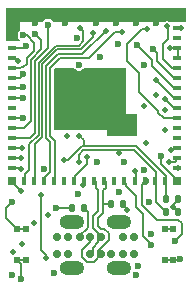
<source format=gtl>
%TF.GenerationSoftware,KiCad,Pcbnew,8.0.6*%
%TF.CreationDate,2024-10-29T18:21:19+01:00*%
%TF.ProjectId,openWifiDecoder,6f70656e-5769-4666-9944-65636f646572,rev?*%
%TF.SameCoordinates,Original*%
%TF.FileFunction,Copper,L1,Top*%
%TF.FilePolarity,Positive*%
%FSLAX46Y46*%
G04 Gerber Fmt 4.6, Leading zero omitted, Abs format (unit mm)*
G04 Created by KiCad (PCBNEW 8.0.6) date 2024-10-29 18:21:19*
%MOMM*%
%LPD*%
G01*
G04 APERTURE LIST*
G04 Aperture macros list*
%AMRoundRect*
0 Rectangle with rounded corners*
0 $1 Rounding radius*
0 $2 $3 $4 $5 $6 $7 $8 $9 X,Y pos of 4 corners*
0 Add a 4 corners polygon primitive as box body*
4,1,4,$2,$3,$4,$5,$6,$7,$8,$9,$2,$3,0*
0 Add four circle primitives for the rounded corners*
1,1,$1+$1,$2,$3*
1,1,$1+$1,$4,$5*
1,1,$1+$1,$6,$7*
1,1,$1+$1,$8,$9*
0 Add four rect primitives between the rounded corners*
20,1,$1+$1,$2,$3,$4,$5,0*
20,1,$1+$1,$4,$5,$6,$7,0*
20,1,$1+$1,$6,$7,$8,$9,0*
20,1,$1+$1,$8,$9,$2,$3,0*%
%AMOutline5P*
0 Free polygon, 5 corners , with rotation*
0 The origin of the aperture is its center*
0 number of corners: always 5*
0 $1 to $10 corner X, Y*
0 $11 Rotation angle, in degrees counterclockwise*
0 create outline with 5 corners*
4,1,5,$1,$2,$3,$4,$5,$6,$7,$8,$9,$10,$1,$2,$11*%
%AMOutline6P*
0 Free polygon, 6 corners , with rotation*
0 The origin of the aperture is its center*
0 number of corners: always 6*
0 $1 to $12 corner X, Y*
0 $13 Rotation angle, in degrees counterclockwise*
0 create outline with 6 corners*
4,1,6,$1,$2,$3,$4,$5,$6,$7,$8,$9,$10,$11,$12,$1,$2,$13*%
%AMOutline7P*
0 Free polygon, 7 corners , with rotation*
0 The origin of the aperture is its center*
0 number of corners: always 7*
0 $1 to $14 corner X, Y*
0 $15 Rotation angle, in degrees counterclockwise*
0 create outline with 7 corners*
4,1,7,$1,$2,$3,$4,$5,$6,$7,$8,$9,$10,$11,$12,$13,$14,$1,$2,$15*%
%AMOutline8P*
0 Free polygon, 8 corners , with rotation*
0 The origin of the aperture is its center*
0 number of corners: always 8*
0 $1 to $16 corner X, Y*
0 $17 Rotation angle, in degrees counterclockwise*
0 create outline with 8 corners*
4,1,8,$1,$2,$3,$4,$5,$6,$7,$8,$9,$10,$11,$12,$13,$14,$15,$16,$1,$2,$17*%
G04 Aperture macros list end*
%TA.AperFunction,ComponentPad*%
%ADD10O,2.100000X1.200000*%
%TD*%
%TA.AperFunction,ComponentPad*%
%ADD11C,0.700000*%
%TD*%
%TA.AperFunction,SMDPad,CuDef*%
%ADD12RoundRect,0.135000X0.135000X0.185000X-0.135000X0.185000X-0.135000X-0.185000X0.135000X-0.185000X0*%
%TD*%
%TA.AperFunction,SMDPad,CuDef*%
%ADD13R,0.550000X0.550000*%
%TD*%
%TA.AperFunction,SMDPad,CuDef*%
%ADD14R,0.800000X0.400000*%
%TD*%
%TA.AperFunction,SMDPad,CuDef*%
%ADD15R,0.400000X0.800000*%
%TD*%
%TA.AperFunction,SMDPad,CuDef*%
%ADD16Outline5P,-0.600000X0.204000X-0.204000X0.600000X0.600000X0.600000X0.600000X-0.600000X-0.600000X-0.600000X0.000000*%
%TD*%
%TA.AperFunction,SMDPad,CuDef*%
%ADD17R,1.200000X1.200000*%
%TD*%
%TA.AperFunction,SMDPad,CuDef*%
%ADD18R,0.800000X0.800000*%
%TD*%
%TA.AperFunction,ComponentPad*%
%ADD19C,0.600000*%
%TD*%
%TA.AperFunction,SMDPad,CuDef*%
%ADD20R,2.600000X1.950000*%
%TD*%
%TA.AperFunction,ViaPad*%
%ADD21C,0.600000*%
%TD*%
%TA.AperFunction,ViaPad*%
%ADD22C,0.500000*%
%TD*%
%TA.AperFunction,Conductor*%
%ADD23C,0.200000*%
%TD*%
%TA.AperFunction,Conductor*%
%ADD24C,0.150000*%
%TD*%
%ADD25C,0.300000*%
%ADD26O,1.610000X0.610000*%
%ADD27C,0.350000*%
G04 APERTURE END LIST*
D10*
%TO.P,USB1,1,1*%
%TO.N,GND*%
X100500000Y-82350000D03*
%TO.P,USB1,2,2*%
X104500000Y-82350000D03*
%TO.P,USB1,3,3*%
X100500000Y-86210000D03*
%TO.P,USB1,4,4*%
X104500000Y-86210000D03*
D11*
%TO.P,USB1,A1,GND*%
X105750000Y-85000000D03*
%TO.P,USB1,A4,VBUS*%
%TO.N,+5V*%
X104800000Y-85000000D03*
%TO.P,USB1,A5,CC1*%
%TO.N,Net-(USB1-CC1)*%
X103850000Y-85000000D03*
%TO.P,USB1,A6,D+*%
%TO.N,D+*%
X102950000Y-85000000D03*
%TO.P,USB1,A7,D-*%
%TO.N,D-*%
X102050000Y-85000000D03*
%TO.P,USB1,A9,VBUS*%
%TO.N,+5V*%
X100200000Y-85000000D03*
%TO.P,USB1,A12,GND*%
%TO.N,GND*%
X99250000Y-85000000D03*
%TO.P,USB1,B1,GND*%
X99250000Y-83560000D03*
%TO.P,USB1,B4,VBUS*%
%TO.N,+5V*%
X100200000Y-83560000D03*
%TO.P,USB1,B5,CC2*%
%TO.N,Net-(USB1-CC2)*%
X101150000Y-83560000D03*
%TO.P,USB1,B6,D+*%
%TO.N,D+*%
X102050000Y-83560000D03*
%TO.P,USB1,B7,D-*%
%TO.N,D-*%
X102950000Y-83560000D03*
%TO.P,USB1,B9,VBUS*%
%TO.N,+5V*%
X104800000Y-83560000D03*
%TO.P,USB1,B12,GND*%
%TO.N,GND*%
X105750000Y-83560000D03*
%TD*%
D12*
%TO.P,R2,1*%
%TO.N,+3V3*%
X109510000Y-80400000D03*
%TO.P,R2,2*%
%TO.N,SCL*%
X108490000Y-80400000D03*
%TD*%
D13*
%TO.P,FLASH1,1,1*%
%TO.N,GND*%
X95820000Y-85520000D03*
%TO.P,FLASH1,2,2*%
X96580000Y-85520000D03*
%TO.P,FLASH1,3,3*%
%TO.N,Net-(U3-IO0)*%
X95820000Y-82880000D03*
%TO.P,FLASH1,4,4*%
X96580000Y-82880000D03*
%TD*%
D12*
%TO.P,R3,1*%
%TO.N,+5V*%
X104810000Y-80800000D03*
%TO.P,R3,2*%
%TO.N,D+*%
X103790000Y-80800000D03*
%TD*%
%TO.P,R11,1*%
%TO.N,Net-(USB1-CC2)*%
X101510000Y-81100000D03*
%TO.P,R11,2*%
%TO.N,GND*%
X100490000Y-81100000D03*
%TD*%
D13*
%TO.P,RESET1,1,1*%
%TO.N,GND*%
X108340000Y-85520000D03*
%TO.P,RESET1,2,2*%
X109100000Y-85520000D03*
%TO.P,RESET1,3,3*%
%TO.N,Net-(U3-EN)*%
X108340000Y-82880000D03*
%TO.P,RESET1,4,4*%
X109100000Y-82880000D03*
%TD*%
D12*
%TO.P,R1,1*%
%TO.N,+3V3*%
X109510000Y-81500000D03*
%TO.P,R1,2*%
%TO.N,SDA*%
X108490000Y-81500000D03*
%TD*%
D14*
%TO.P,U3,1,GND*%
%TO.N,GND*%
X95400000Y-65850000D03*
%TO.P,U3,2,GND*%
X95400000Y-66700000D03*
%TO.P,U3,3,3V3*%
%TO.N,+3V3*%
X95400000Y-67550000D03*
%TO.P,U3,4,IO0*%
%TO.N,Net-(U3-IO0)*%
X95400000Y-68400000D03*
%TO.P,U3,5,IO1*%
%TO.N,Net-(IO8-Pin_1)*%
X95400000Y-69250000D03*
%TO.P,U3,6,IO2*%
%TO.N,Net-(IO7-Pin_1)*%
X95400000Y-70100000D03*
%TO.P,U3,7,IO3*%
%TO.N,Net-(IO6-Pin_1)*%
X95400000Y-70950000D03*
%TO.P,U3,8,IO4*%
%TO.N,Net-(IO5-Pin_1)*%
X95400000Y-71800000D03*
%TO.P,U3,9,IO5*%
%TO.N,unconnected-(U3-IO5-Pad9)*%
X95400000Y-72650000D03*
%TO.P,U3,10,IO6*%
%TO.N,Net-(IO4-Pin_1)*%
X95400000Y-73500000D03*
%TO.P,U3,11,IO7*%
%TO.N,Net-(IO9-Pin_1)*%
X95400000Y-74350000D03*
%TO.P,U3,12,IO8*%
%TO.N,Net-(IO10-Pin_1)*%
X95400000Y-75200000D03*
%TO.P,U3,13,IO9*%
%TO.N,Net-(IO3-Pin_1)*%
X95400000Y-76050000D03*
%TO.P,U3,14,IO10*%
%TO.N,Net-(IO2-Pin_1)*%
X95400000Y-76900000D03*
%TO.P,U3,15,IO11*%
%TO.N,Net-(IO1-Pin_1)*%
X95400000Y-77750000D03*
D15*
%TO.P,U3,16,IO12*%
%TO.N,Net-(IO11-Pin_1)*%
X96450000Y-78800000D03*
%TO.P,U3,17,IO13*%
%TO.N,Net-(IO12-Pin_1)*%
X97300000Y-78800000D03*
%TO.P,U3,18,IO14*%
%TO.N,Net-(IO13-Pin_1)*%
X98150000Y-78800000D03*
%TO.P,U3,19,IO15*%
%TO.N,Net-(IO14-Pin_1)*%
X99000000Y-78800000D03*
%TO.P,U3,20,IO16*%
%TO.N,unconnected-(U3-IO16-Pad20)*%
X99850000Y-78800000D03*
%TO.P,U3,21,IO17*%
%TO.N,IMU_INT*%
X100700000Y-78800000D03*
%TO.P,U3,22,IO18*%
%TO.N,FSYNC*%
X101550000Y-78800000D03*
%TO.P,U3,23,IO19*%
%TO.N,D-*%
X102400000Y-78800000D03*
%TO.P,U3,24,IO20*%
%TO.N,D+*%
X103250000Y-78800000D03*
%TO.P,U3,25,IO21*%
%TO.N,unconnected-(U3-IO21-Pad25)*%
X104100000Y-78800000D03*
%TO.P,U3,26,IO26*%
%TO.N,COMP_DAC*%
X104950000Y-78800000D03*
%TO.P,U3,27,IO47*%
%TO.N,GAUGE_INT*%
X105800000Y-78800000D03*
%TO.P,U3,28,IO33*%
%TO.N,DIG_HALL*%
X106650000Y-78800000D03*
%TO.P,U3,29,IO34*%
%TO.N,SDA*%
X107500000Y-78800000D03*
%TO.P,U3,30,IO48*%
%TO.N,SCL*%
X108350000Y-78800000D03*
D14*
%TO.P,U3,31,IO35*%
%TO.N,Net-(IO18-Pin_1)*%
X109400000Y-77750000D03*
%TO.P,U3,32,IO36*%
%TO.N,Net-(IO19-Pin_1)*%
X109400000Y-76900000D03*
%TO.P,U3,33,IO37*%
%TO.N,Net-(IO17-Pin_1)*%
X109400000Y-76050000D03*
%TO.P,U3,34,IO38*%
%TO.N,unconnected-(U3-IO38-Pad34)*%
X109400000Y-75200000D03*
%TO.P,U3,35,IO39*%
%TO.N,unconnected-(U3-IO39-Pad35)*%
X109400000Y-74350000D03*
%TO.P,U3,36,IO40*%
%TO.N,Net-(IO16-Pin_1)*%
X109400000Y-73500000D03*
%TO.P,U3,37,IO41*%
%TO.N,MPWM1*%
X109400000Y-72650000D03*
%TO.P,U3,38,IO42*%
%TO.N,MPWM2*%
X109400000Y-71800000D03*
%TO.P,U3,39,TXD0*%
%TO.N,TX*%
X109400000Y-70950000D03*
%TO.P,U3,40,RXD0*%
%TO.N,RX*%
X109400000Y-70100000D03*
%TO.P,U3,41,IO45*%
%TO.N,Net-(IO15-Pin_1)*%
X109400000Y-69250000D03*
%TO.P,U3,42,GND*%
%TO.N,GND*%
X109400000Y-68400000D03*
%TO.P,U3,43,GND*%
X109400000Y-67550000D03*
%TO.P,U3,44,IO46*%
%TO.N,unconnected-(U3-IO46-Pad44)*%
X109400000Y-66700000D03*
%TO.P,U3,45,EN*%
%TO.N,Net-(U3-EN)*%
X109400000Y-65850000D03*
D15*
%TO.P,U3,46,GND*%
%TO.N,GND*%
X108350000Y-64800000D03*
%TO.P,U3,47,GND*%
X107500000Y-64800000D03*
%TO.P,U3,48,GND*%
X106650000Y-64800000D03*
%TO.P,U3,49,GND*%
X105800000Y-64800000D03*
%TO.P,U3,50,GND*%
X104950000Y-64800000D03*
%TO.P,U3,51,GND*%
X104100000Y-64800000D03*
%TO.P,U3,52,GND*%
X103250000Y-64800000D03*
%TO.P,U3,53,GND*%
X102400000Y-64800000D03*
%TO.P,U3,54,GND*%
X101550000Y-64800000D03*
%TO.P,U3,55,GND*%
X100700000Y-64800000D03*
%TO.P,U3,56,GND*%
X99850000Y-64800000D03*
%TO.P,U3,57,GND*%
X99000000Y-64800000D03*
%TO.P,U3,58,GND*%
X98150000Y-64800000D03*
%TO.P,U3,59,GND*%
X97300000Y-64800000D03*
%TO.P,U3,60,GND*%
X96450000Y-64800000D03*
D16*
%TO.P,U3,61,GND*%
X100750000Y-70150000D03*
D17*
X100750000Y-71800000D03*
X100750000Y-73450000D03*
X102400000Y-70150000D03*
X102400000Y-71800000D03*
X102400000Y-73450000D03*
X104050000Y-70150000D03*
X104050000Y-71800000D03*
X104050000Y-73450000D03*
D18*
%TO.P,U3,62,GND*%
X95400000Y-64800000D03*
%TO.P,U3,63,GND*%
X95400000Y-78800000D03*
%TO.P,U3,64,GND*%
X109400000Y-78800000D03*
%TO.P,U3,65,GND*%
X109400000Y-64800000D03*
%TD*%
D19*
%TO.P,U7,13,PAD*%
%TO.N,GND*%
X103800000Y-73600000D03*
X103800000Y-74600000D03*
X104700000Y-73600000D03*
D20*
X104700000Y-74100000D03*
D19*
X104700000Y-74600000D03*
X105600000Y-73600000D03*
X105600000Y-74600000D03*
%TD*%
D21*
%TO.N,+3V3*%
X96600000Y-67400000D03*
D22*
X109056929Y-80998452D03*
D21*
X104900000Y-77200000D03*
X102900000Y-68300000D03*
X98990000Y-86650000D03*
X101100000Y-69000000D03*
X95400000Y-86800000D03*
X105900000Y-86800000D03*
%TO.N,GND*%
X97400000Y-65500000D03*
D22*
X108800000Y-67600000D03*
D21*
X99114318Y-81106682D03*
X109650000Y-85450000D03*
D22*
X95400000Y-64800000D03*
D21*
X99900000Y-65500000D03*
X100900000Y-66700000D03*
X99400000Y-71800000D03*
X106600000Y-69000000D03*
X98100000Y-77800000D03*
X102600000Y-77200000D03*
X106600000Y-77900000D03*
X109500000Y-64800000D03*
X107000000Y-80600000D03*
X107600000Y-65500000D03*
X104100000Y-70000000D03*
X96200000Y-87100000D03*
X107210000Y-83300000D03*
X101500000Y-73200000D03*
X102500000Y-65500000D03*
X99400000Y-73500000D03*
X105900000Y-65500000D03*
X104400000Y-67200000D03*
X108010000Y-76730000D03*
X106100000Y-86000000D03*
D22*
X96200000Y-79700000D03*
D21*
X99400000Y-70100000D03*
X104500000Y-79800000D03*
X100990000Y-79900000D03*
D22*
X108400000Y-72800000D03*
D21*
X104200000Y-65500000D03*
D22*
%TO.N,+BATT*%
X106600000Y-72500000D03*
X108400000Y-74490000D03*
%TO.N,+1V8*%
X98325000Y-85375000D03*
X97900000Y-80000000D03*
%TO.N,Net-(BAT1-Pin_2)*%
X100100000Y-75000000D03*
X107610000Y-71600000D03*
%TO.N,+5V*%
X105200000Y-81300000D03*
%TO.N,MPWM1*%
X108400000Y-71900000D03*
%TO.N,MPWM2*%
X107600000Y-70300000D03*
%TO.N,SCL*%
X101100000Y-75000000D03*
X99800000Y-77100000D03*
X97300000Y-82400000D03*
%TO.N,GAUGE_INT*%
X105800000Y-78000000D03*
X106800000Y-75600000D03*
%TO.N,SDA*%
X101067675Y-77200000D03*
X104500000Y-76500000D03*
X98500000Y-81700000D03*
%TO.N,Net-(IO1-Pin_1)*%
X96200000Y-77800000D03*
D21*
%TO.N,DIG_HALL*%
X106750000Y-78800000D03*
X109200000Y-83900000D03*
%TO.N,COMP_DAC*%
X107180000Y-84300000D03*
D22*
%TO.N,Net-(U3-EN)*%
X109100000Y-82880000D03*
X109750000Y-65900000D03*
%TO.N,Net-(U3-IO0)*%
X95926207Y-68666576D03*
D21*
X95394479Y-80649999D03*
D22*
%TO.N,Net-(IO2-Pin_1)*%
X96200000Y-76900000D03*
%TO.N,Net-(IO3-Pin_1)*%
X96300000Y-76050000D03*
D21*
%TO.N,Net-(IO4-Pin_1)*%
X96400000Y-73500000D03*
%TO.N,RX*%
X107350000Y-67640001D03*
%TO.N,TX*%
X106000000Y-67300000D03*
%TO.N,Net-(IO5-Pin_1)*%
X96400000Y-71800000D03*
%TO.N,Net-(IO6-Pin_1)*%
X96400000Y-70900000D03*
%TO.N,Net-(IO7-Pin_1)*%
X96400000Y-69800000D03*
D22*
%TO.N,IMU_INT*%
X101800000Y-76800000D03*
X95493504Y-84828936D03*
%TO.N,FSYNC*%
X101403345Y-79213976D03*
X96267377Y-84132624D03*
D21*
%TO.N,Net-(IO8-Pin_1)*%
X96400000Y-66500000D03*
%TO.N,Net-(IO9-Pin_1)*%
X97400000Y-66400000D03*
%TO.N,Net-(IO10-Pin_1)*%
X98508006Y-65621349D03*
D22*
%TO.N,Net-(IO11-Pin_1)*%
X101200000Y-65900000D03*
%TO.N,Net-(IO12-Pin_1)*%
X102300000Y-66300000D03*
%TO.N,Net-(IO13-Pin_1)*%
X103367573Y-66100000D03*
%TO.N,Net-(IO15-Pin_1)*%
X108550000Y-65750000D03*
%TO.N,Net-(IO16-Pin_1)*%
X106845608Y-65928145D03*
%TO.N,Net-(IO17-Pin_1)*%
X108900000Y-76200000D03*
%TO.N,Net-(IO14-Pin_1)*%
X104700000Y-66197944D03*
%TO.N,Net-(IO18-Pin_1)*%
X109500000Y-77750000D03*
%TO.N,Net-(IO19-Pin_1)*%
X108700000Y-77200000D03*
%TD*%
D23*
%TO.N,+3V3*%
X109056929Y-80853071D02*
X109510000Y-80400000D01*
X96450000Y-67550000D02*
X95500000Y-67550000D01*
X109056929Y-81046929D02*
X109510000Y-81500000D01*
X109056929Y-80998452D02*
X109056929Y-80853071D01*
X96600000Y-67400000D02*
X96450000Y-67550000D01*
X109056929Y-80998452D02*
X109056929Y-81046929D01*
%TO.N,GND*%
X109100000Y-85520000D02*
X108340000Y-85520000D01*
X109650000Y-85450000D02*
X109580000Y-85520000D01*
X95500000Y-79000000D02*
X95500000Y-78800000D01*
D24*
X109500000Y-78800000D02*
X109450000Y-78800000D01*
D23*
X95870000Y-85570000D02*
X96630000Y-85570000D01*
X96200000Y-85900000D02*
X95820000Y-85520000D01*
D24*
X109450000Y-78800000D02*
X108010000Y-77360000D01*
D23*
X96200000Y-87100000D02*
X96200000Y-85900000D01*
X109500000Y-67900000D02*
X109500000Y-67550000D01*
X109500000Y-68400000D02*
X109500000Y-67900000D01*
X99114318Y-81106682D02*
X100483318Y-81106682D01*
X109580000Y-85520000D02*
X109100000Y-85520000D01*
X96200000Y-79700000D02*
X95500000Y-79000000D01*
D24*
X108010000Y-77360000D02*
X108010000Y-76730000D01*
D23*
%TO.N,+1V8*%
X97900000Y-80000000D02*
X97900000Y-84700000D01*
X98325000Y-85125000D02*
X98325000Y-85375000D01*
X97900000Y-84700000D02*
X98325000Y-85125000D01*
%TO.N,+5V*%
X105200000Y-81300000D02*
X104810000Y-80910000D01*
X104810000Y-80910000D02*
X104810000Y-80800000D01*
%TO.N,MPWM1*%
X109150000Y-72650000D02*
X109500000Y-72650000D01*
X108400000Y-71900000D02*
X109150000Y-72650000D01*
%TO.N,MPWM2*%
X107650000Y-70300000D02*
X109150000Y-71800000D01*
X109150000Y-71800000D02*
X109500000Y-71800000D01*
X107600000Y-70300000D02*
X107650000Y-70300000D01*
%TO.N,SCL*%
X101500000Y-75893000D02*
X102575692Y-75893000D01*
X102582692Y-75900000D02*
X105910977Y-75900000D01*
X101344552Y-75893000D02*
X101500000Y-75893000D01*
X102575692Y-75893000D02*
X102582692Y-75900000D01*
X101500000Y-75400000D02*
X101100000Y-75000000D01*
X105910977Y-75900000D02*
X108450000Y-78439023D01*
X108450000Y-78439023D02*
X108450000Y-80360000D01*
X99800000Y-77100000D02*
X100137552Y-77100000D01*
X100137552Y-77100000D02*
X101344552Y-75893000D01*
X101500000Y-75893000D02*
X101500000Y-75400000D01*
%TO.N,GAUGE_INT*%
X105900000Y-78100000D02*
X105900000Y-78800000D01*
X105800000Y-78000000D02*
X105900000Y-78100000D01*
%TO.N,SDA*%
X101067675Y-76632325D02*
X101480000Y-76220000D01*
X105775529Y-76227000D02*
X107600000Y-78051471D01*
X107600000Y-80610000D02*
X108490000Y-81500000D01*
X102440244Y-76220000D02*
X102447244Y-76227000D01*
X107600000Y-78051471D02*
X107600000Y-80610000D01*
X102447244Y-76227000D02*
X105775529Y-76227000D01*
X101480000Y-76220000D02*
X102440244Y-76220000D01*
X101067675Y-77200000D02*
X101067675Y-76632325D01*
%TO.N,Net-(IO1-Pin_1)*%
X95500000Y-77750000D02*
X96150000Y-77750000D01*
X96150000Y-77750000D02*
X96200000Y-77800000D01*
%TO.N,D+*%
X103150000Y-81568200D02*
X103150000Y-80800000D01*
X101369988Y-84718330D02*
X101369988Y-85281670D01*
X102950000Y-85000000D02*
X102725001Y-84775001D01*
X102725001Y-84746681D02*
X103630012Y-83841670D01*
X102331670Y-85680012D02*
X102950000Y-85061682D01*
X103150000Y-79600001D02*
X103350000Y-79400001D01*
X102725001Y-81993199D02*
X103150000Y-81568200D01*
X103150000Y-80800000D02*
X103150000Y-79600001D01*
X103231670Y-82879988D02*
X102968038Y-82879988D01*
X103630012Y-83841670D02*
X103630012Y-83278330D01*
X102050000Y-84038318D02*
X101369988Y-84718330D01*
X102725001Y-82636951D02*
X102725001Y-81993199D01*
X102050000Y-83560000D02*
X102050000Y-84038318D01*
X103350000Y-79400001D02*
X103350000Y-78800000D01*
X102968038Y-82879988D02*
X102725001Y-82636951D01*
X102725001Y-84775001D02*
X102725001Y-84746681D01*
X103790000Y-80800000D02*
X103150000Y-80800000D01*
X101768330Y-85680012D02*
X102331670Y-85680012D01*
X103630012Y-83278330D02*
X103231670Y-82879988D01*
X101369988Y-85281670D02*
X101768330Y-85680012D01*
%TO.N,DIG_HALL*%
X109800000Y-82430000D02*
X109490000Y-82120000D01*
X106420000Y-80840244D02*
X106420000Y-79130000D01*
X107699756Y-82120000D02*
X106420000Y-80840244D01*
X109490000Y-82120000D02*
X107699756Y-82120000D01*
X109200000Y-83900000D02*
X109800000Y-83300000D01*
X109800000Y-83300000D02*
X109800000Y-82430000D01*
X106420000Y-79130000D02*
X106750000Y-78800000D01*
%TO.N,Net-(USB1-CC2)*%
X101768330Y-82879988D02*
X101198318Y-83450000D01*
X101900000Y-81490000D02*
X101900000Y-82750000D01*
X101510000Y-81100000D02*
X101900000Y-81490000D01*
X101198318Y-83450000D02*
X101150000Y-83450000D01*
X101900000Y-82750000D02*
X101770012Y-82879988D01*
X101770012Y-82879988D02*
X101768330Y-82879988D01*
%TO.N,COMP_DAC*%
X105050000Y-79250000D02*
X105050000Y-79000000D01*
X105900000Y-80100000D02*
X105050000Y-79250000D01*
X105900000Y-81000000D02*
X105900000Y-80100000D01*
X106500000Y-81600000D02*
X105900000Y-81000000D01*
X107180000Y-84300000D02*
X107180000Y-84200244D01*
X107180000Y-84200244D02*
X106500000Y-83520244D01*
X106500000Y-83520244D02*
X106500000Y-81600000D01*
%TO.N,Net-(U3-EN)*%
X109700000Y-65850000D02*
X109500000Y-65850000D01*
X109100000Y-82880000D02*
X108340000Y-82880000D01*
X109750000Y-65900000D02*
X109700000Y-65850000D01*
%TO.N,Net-(U3-IO0)*%
X95926207Y-68666576D02*
X95659631Y-68400000D01*
X95394479Y-80649999D02*
X94900000Y-81144478D01*
X95659631Y-68400000D02*
X95500000Y-68400000D01*
X94900000Y-81960000D02*
X95820000Y-82880000D01*
X96630000Y-82930000D02*
X95870000Y-82930000D01*
X94900000Y-81144478D02*
X94900000Y-81960000D01*
%TO.N,Net-(IO2-Pin_1)*%
X95500000Y-76900000D02*
X96200000Y-76900000D01*
%TO.N,D-*%
X102500000Y-79400001D02*
X102500000Y-78800000D01*
X102274999Y-81806801D02*
X102700000Y-81381800D01*
X102700000Y-79600001D02*
X102500000Y-79400001D01*
X102730012Y-84015590D02*
X102730012Y-83278330D01*
X102730012Y-83278330D02*
X102274999Y-82823317D01*
X102050000Y-85000000D02*
X102274999Y-84775001D01*
X102274999Y-84470603D02*
X102730012Y-84015590D01*
X102274999Y-82823317D02*
X102274999Y-81806801D01*
X102700000Y-81381800D02*
X102700000Y-79600001D01*
X102274999Y-84775001D02*
X102274999Y-84470603D01*
%TO.N,Net-(IO3-Pin_1)*%
X95500000Y-76050000D02*
X96300000Y-76050000D01*
%TO.N,Net-(IO4-Pin_1)*%
X95500000Y-73500000D02*
X96400000Y-73500000D01*
%TO.N,RX*%
X107700000Y-67990001D02*
X107700000Y-68650000D01*
X107700000Y-68650000D02*
X109150000Y-70100000D01*
X109150000Y-70100000D02*
X109300000Y-70100000D01*
X107350000Y-67640001D02*
X107700000Y-67990001D01*
%TO.N,TX*%
X106000000Y-67300000D02*
X107300000Y-68600000D01*
X107300000Y-68600000D02*
X107300000Y-69100000D01*
X107300000Y-69100000D02*
X109150000Y-70950000D01*
X109150000Y-70950000D02*
X109300000Y-70950000D01*
%TO.N,Net-(IO5-Pin_1)*%
X95500000Y-71800000D02*
X96400000Y-71800000D01*
%TO.N,Net-(IO6-Pin_1)*%
X96350000Y-70950000D02*
X96400000Y-70900000D01*
X95500000Y-70950000D02*
X96350000Y-70950000D01*
%TO.N,Net-(IO7-Pin_1)*%
X96100000Y-70100000D02*
X95500000Y-70100000D01*
X96400000Y-69800000D02*
X96100000Y-70100000D01*
%TO.N,IMU_INT*%
X101800000Y-77433557D02*
X100800000Y-78433557D01*
X100800000Y-78433557D02*
X100800000Y-78800000D01*
X101800000Y-76800000D02*
X101800000Y-77433557D01*
%TO.N,Net-(IO8-Pin_1)*%
X96159756Y-69220000D02*
X96129756Y-69250000D01*
X97300000Y-67120244D02*
X97300000Y-67825312D01*
X96699000Y-68426312D02*
X96699000Y-68901000D01*
X97300000Y-67825312D02*
X96699000Y-68426312D01*
X96380000Y-69220000D02*
X96159756Y-69220000D01*
X96129756Y-69250000D02*
X95500000Y-69250000D01*
X96400000Y-66500000D02*
X96679756Y-66500000D01*
X96679756Y-66500000D02*
X97300000Y-67120244D01*
X96699000Y-68901000D02*
X96380000Y-69220000D01*
%TO.N,Net-(IO9-Pin_1)*%
X97026000Y-68561760D02*
X97900000Y-67687760D01*
X97026000Y-73774000D02*
X97026000Y-68561760D01*
X97900000Y-66900000D02*
X97400000Y-66400000D01*
X96450000Y-74350000D02*
X97026000Y-73774000D01*
X95500000Y-74350000D02*
X96450000Y-74350000D01*
X97900000Y-67687760D02*
X97900000Y-66900000D01*
%TO.N,Net-(IO10-Pin_1)*%
X98508006Y-67542202D02*
X97353000Y-68697208D01*
X97353000Y-68697208D02*
X97353000Y-74784552D01*
X97353000Y-74784552D02*
X96937552Y-75200000D01*
X98508006Y-65621349D02*
X98508006Y-67542202D01*
X96937552Y-75200000D02*
X95500000Y-75200000D01*
%TO.N,Net-(IO11-Pin_1)*%
X97680000Y-74920000D02*
X96900000Y-75700000D01*
X99139656Y-67373000D02*
X97680000Y-68832656D01*
X96550000Y-78275000D02*
X96550000Y-78800000D01*
X101114552Y-67373000D02*
X99139656Y-67373000D01*
X97680000Y-68832656D02*
X97680000Y-74920000D01*
X101480000Y-66180000D02*
X101480000Y-67007552D01*
X96900000Y-77925000D02*
X96550000Y-78275000D01*
X101480000Y-67007552D02*
X101114552Y-67373000D01*
X101200000Y-65900000D02*
X101480000Y-66180000D01*
X96900000Y-75700000D02*
X96900000Y-77925000D01*
%TO.N,Net-(IO12-Pin_1)*%
X97400000Y-75700000D02*
X97400000Y-78800000D01*
X101250000Y-67700000D02*
X99275104Y-67700000D01*
X102300000Y-66300000D02*
X102300000Y-66650000D01*
X99275104Y-67700000D02*
X98007000Y-68968104D01*
X102300000Y-66650000D02*
X101250000Y-67700000D01*
X98007000Y-75093000D02*
X97400000Y-75700000D01*
X98007000Y-68968104D02*
X98007000Y-75093000D01*
%TO.N,Net-(IO13-Pin_1)*%
X99364552Y-68073000D02*
X98334000Y-69103552D01*
X103367573Y-66100000D02*
X101394573Y-68073000D01*
X101394573Y-68073000D02*
X99364552Y-68073000D01*
X98250000Y-78525000D02*
X98250000Y-78800000D01*
X98680000Y-75530000D02*
X98680000Y-78095000D01*
X98680000Y-78095000D02*
X98250000Y-78525000D01*
X98334000Y-75184000D02*
X98680000Y-75530000D01*
X98334000Y-69103552D02*
X98334000Y-75184000D01*
%TO.N,Net-(IO15-Pin_1)*%
X108200000Y-67200000D02*
X108200000Y-68500000D01*
X108950000Y-69250000D02*
X109500000Y-69250000D01*
X108600000Y-65800000D02*
X108600000Y-66800000D01*
X108550000Y-65750000D02*
X108600000Y-65800000D01*
X108200000Y-68500000D02*
X108950000Y-69250000D01*
X108600000Y-66800000D02*
X108200000Y-67200000D01*
%TO.N,Net-(IO16-Pin_1)*%
X106845608Y-65928145D02*
X106471855Y-65928145D01*
X107820000Y-72899756D02*
X107820000Y-73040244D01*
X106200000Y-71279756D02*
X107820000Y-72899756D01*
X108279756Y-73500000D02*
X109500000Y-73500000D01*
X105200000Y-67200000D02*
X105200000Y-68720244D01*
X107820000Y-73040244D02*
X108279756Y-73500000D01*
X105200000Y-68720244D02*
X106200000Y-69720244D01*
X106200000Y-69720244D02*
X106200000Y-71279756D01*
X106471855Y-65928145D02*
X105200000Y-67200000D01*
D24*
%TO.N,Net-(IO17-Pin_1)*%
X109050000Y-76050000D02*
X108900000Y-76200000D01*
X109500000Y-76050000D02*
X109050000Y-76050000D01*
D23*
%TO.N,Net-(IO14-Pin_1)*%
X99100000Y-75487552D02*
X99100000Y-78800000D01*
X104700000Y-66197944D02*
X104119520Y-66197944D01*
X98661000Y-69239000D02*
X98661000Y-75048552D01*
X98661000Y-75048552D02*
X99100000Y-75487552D01*
X104119520Y-66197944D02*
X101917464Y-68400000D01*
X99500000Y-68400000D02*
X98661000Y-69239000D01*
X101917464Y-68400000D02*
X99500000Y-68400000D01*
%TO.N,Net-(IO19-Pin_1)*%
X108900000Y-77200000D02*
X109200000Y-77200000D01*
X109200000Y-77200000D02*
X109500000Y-76900000D01*
%TD*%
%TA.AperFunction,Conductor*%
%TO.N,GND*%
G36*
X110185648Y-64214852D02*
G01*
X110200000Y-64249500D01*
X110200000Y-65351000D01*
X110185648Y-65385648D01*
X110151000Y-65400000D01*
X108853048Y-65400000D01*
X108826557Y-65392221D01*
X108739069Y-65335996D01*
X108739068Y-65335995D01*
X108739067Y-65335995D01*
X108614776Y-65299500D01*
X108614772Y-65299500D01*
X108485228Y-65299500D01*
X108485223Y-65299500D01*
X108360932Y-65335995D01*
X108337584Y-65351000D01*
X108273442Y-65392221D01*
X108246952Y-65400000D01*
X98988632Y-65400000D01*
X98953984Y-65385648D01*
X98944060Y-65371356D01*
X98933383Y-65347976D01*
X98923002Y-65335996D01*
X98839134Y-65239206D01*
X98718059Y-65161396D01*
X98718056Y-65161395D01*
X98579971Y-65120849D01*
X98579967Y-65120849D01*
X98436045Y-65120849D01*
X98436040Y-65120849D01*
X98297955Y-65161395D01*
X98176877Y-65239206D01*
X98082631Y-65347972D01*
X98082630Y-65347974D01*
X98071952Y-65371356D01*
X98044503Y-65396911D01*
X98027380Y-65400000D01*
X96100000Y-65400000D01*
X96100000Y-66071095D01*
X96085648Y-66105743D01*
X96077493Y-66112315D01*
X96068874Y-66117854D01*
X96068872Y-66117855D01*
X95974625Y-66226623D01*
X95974624Y-66226625D01*
X95914833Y-66357545D01*
X95894353Y-66499997D01*
X95894353Y-66500002D01*
X95914833Y-66642454D01*
X95946935Y-66712746D01*
X95974623Y-66773373D01*
X95974624Y-66773374D01*
X95974625Y-66773376D01*
X96068871Y-66882142D01*
X96068872Y-66882143D01*
X96077490Y-66887681D01*
X96098880Y-66918485D01*
X96100000Y-66928903D01*
X96100000Y-66951000D01*
X96085648Y-66985648D01*
X96051000Y-67000000D01*
X94949000Y-67000000D01*
X94914352Y-66985648D01*
X94900000Y-66951000D01*
X94900000Y-64249500D01*
X94914352Y-64214852D01*
X94949000Y-64200500D01*
X110151000Y-64200500D01*
X110185648Y-64214852D01*
G37*
%TD.AperFunction*%
%TD*%
%TA.AperFunction,Conductor*%
%TO.N,GND*%
G36*
X100709965Y-69314352D02*
G01*
X100712349Y-69316912D01*
X100752693Y-69363471D01*
X100768872Y-69382143D01*
X100889947Y-69459953D01*
X100966785Y-69482514D01*
X101028034Y-69500499D01*
X101028037Y-69500499D01*
X101028039Y-69500500D01*
X101028040Y-69500500D01*
X101171960Y-69500500D01*
X101171961Y-69500500D01*
X101171963Y-69500499D01*
X101171965Y-69500499D01*
X101194795Y-69493795D01*
X101310053Y-69459953D01*
X101431128Y-69382143D01*
X101487651Y-69316912D01*
X101521187Y-69300125D01*
X101524683Y-69300000D01*
X105051000Y-69300000D01*
X105085648Y-69314352D01*
X105100000Y-69349000D01*
X105100000Y-74451000D01*
X105085648Y-74485648D01*
X105051000Y-74500000D01*
X99010500Y-74500000D01*
X98975852Y-74485648D01*
X98961500Y-74451000D01*
X98961500Y-69383767D01*
X98975852Y-69349119D01*
X99010619Y-69314352D01*
X99045267Y-69300000D01*
X100675317Y-69300000D01*
X100709965Y-69314352D01*
G37*
%TD.AperFunction*%
%TD*%
D25*
X96600000Y-67400000D03*
X109056929Y-80998452D03*
X104900000Y-77200000D03*
X102900000Y-68300000D03*
X98990000Y-86650000D03*
X101100000Y-69000000D03*
X95400000Y-86800000D03*
X105900000Y-86800000D03*
X97400000Y-65500000D03*
X108800000Y-67600000D03*
X99114318Y-81106682D03*
X109650000Y-85450000D03*
X95400000Y-64800000D03*
X99900000Y-65500000D03*
X100900000Y-66700000D03*
X99400000Y-71800000D03*
X106600000Y-69000000D03*
X98100000Y-77800000D03*
X102600000Y-77200000D03*
X106600000Y-77900000D03*
X109500000Y-64800000D03*
X107000000Y-80600000D03*
X107600000Y-65500000D03*
X104100000Y-70000000D03*
X96200000Y-87100000D03*
X107210000Y-83300000D03*
X101500000Y-73200000D03*
X102500000Y-65500000D03*
X99400000Y-73500000D03*
X105900000Y-65500000D03*
X104400000Y-67200000D03*
X108010000Y-76730000D03*
X106100000Y-86000000D03*
X96200000Y-79700000D03*
X99400000Y-70100000D03*
X104500000Y-79800000D03*
X100990000Y-79900000D03*
X108400000Y-72800000D03*
X104200000Y-65500000D03*
X106600000Y-72500000D03*
X108400000Y-74490000D03*
X98325000Y-85375000D03*
X97900000Y-80000000D03*
X100100000Y-75000000D03*
X107610000Y-71600000D03*
X105200000Y-81300000D03*
X108400000Y-71900000D03*
X107600000Y-70300000D03*
X101100000Y-75000000D03*
X99800000Y-77100000D03*
X97300000Y-82400000D03*
X105800000Y-78000000D03*
X106800000Y-75600000D03*
X101067675Y-77200000D03*
X104500000Y-76500000D03*
X98500000Y-81700000D03*
X96200000Y-77800000D03*
X106750000Y-78800000D03*
X109200000Y-83900000D03*
X107180000Y-84300000D03*
X109100000Y-82880000D03*
X109750000Y-65900000D03*
X95926207Y-68666576D03*
X95394479Y-80649999D03*
X96200000Y-76900000D03*
X96300000Y-76050000D03*
X96400000Y-73500000D03*
X107350000Y-67640001D03*
X106000000Y-67300000D03*
X96400000Y-71800000D03*
X96400000Y-70900000D03*
X96400000Y-69800000D03*
X101800000Y-76800000D03*
X95493504Y-84828936D03*
X101403345Y-79213976D03*
X96267377Y-84132624D03*
X96400000Y-66500000D03*
X97400000Y-66400000D03*
X98508006Y-65621349D03*
X101200000Y-65900000D03*
X102300000Y-66300000D03*
X103367573Y-66100000D03*
X108550000Y-65750000D03*
X106845608Y-65928145D03*
X108900000Y-76200000D03*
X104700000Y-66197944D03*
X109500000Y-77750000D03*
X108700000Y-77200000D03*
D26*
X100500000Y-82350000D03*
X104500000Y-82350000D03*
X100500000Y-86210000D03*
X104500000Y-86210000D03*
D27*
X105750000Y-85000000D03*
X104800000Y-85000000D03*
X103850000Y-85000000D03*
X102950000Y-85000000D03*
X102050000Y-85000000D03*
X100200000Y-85000000D03*
X99250000Y-85000000D03*
X99250000Y-83560000D03*
X100200000Y-83560000D03*
X101150000Y-83560000D03*
X102050000Y-83560000D03*
X102950000Y-83560000D03*
X104800000Y-83560000D03*
X105750000Y-83560000D03*
D25*
X103800000Y-73600000D03*
X103800000Y-74600000D03*
X104700000Y-73600000D03*
X104700000Y-74600000D03*
X105600000Y-73600000D03*
X105600000Y-74600000D03*
M02*

</source>
